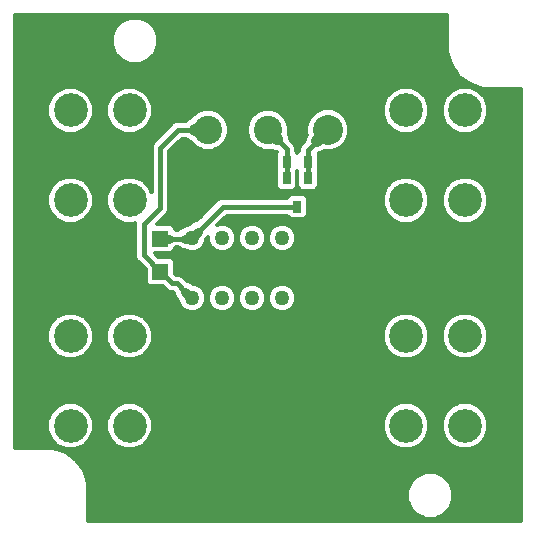
<source format=gbl>
G75*
%MOIN*%
%OFA0B0*%
%FSLAX25Y25*%
%IPPOS*%
%LPD*%
%AMOC8*
5,1,8,0,0,1.08239X$1,22.5*
%
%ADD10C,0.11220*%
%ADD11R,0.02756X0.03937*%
%ADD12C,0.10000*%
%ADD13C,0.09449*%
%ADD14R,0.03150X0.03937*%
%ADD15R,0.05512X0.05512*%
%ADD16C,0.05020*%
%ADD17C,0.01575*%
%ADD18C,0.03937*%
%ADD19C,0.03150*%
%ADD20C,0.02362*%
%ADD21C,0.01181*%
D10*
X0057083Y0055783D03*
X0076768Y0055783D03*
X0076768Y0085705D03*
X0057083Y0085705D03*
X0057083Y0130980D03*
X0076768Y0130980D03*
X0076768Y0160902D03*
X0057083Y0160902D03*
X0168894Y0160902D03*
X0188579Y0160902D03*
X0188579Y0130980D03*
X0168894Y0130980D03*
X0168894Y0085705D03*
X0188579Y0085705D03*
X0188579Y0055783D03*
X0168894Y0055783D03*
D11*
X0132674Y0128815D03*
X0136217Y0138264D03*
X0129131Y0138264D03*
D12*
X0142831Y0154406D03*
D13*
X0122831Y0154406D03*
X0102831Y0154406D03*
D14*
X0129131Y0143776D03*
X0136217Y0143776D03*
D15*
X0087005Y0118185D03*
X0087005Y0107161D03*
D16*
X0097635Y0098343D03*
X0107635Y0098343D03*
X0117635Y0098343D03*
X0127635Y0098343D03*
X0127635Y0118343D03*
X0117635Y0118343D03*
X0107635Y0118343D03*
X0097635Y0118343D03*
D17*
X0097635Y0118579D01*
X0095272Y0118185D02*
X0089760Y0118185D01*
X0081493Y0122909D02*
X0081493Y0112673D01*
X0087005Y0107161D01*
X0090942Y0103224D01*
X0092516Y0103224D01*
X0095272Y0100469D01*
X0097241Y0098500D02*
X0097635Y0098500D01*
X0097635Y0098343D01*
X0099603Y0120547D02*
X0107871Y0128815D01*
X0132674Y0128815D01*
X0136217Y0138264D02*
X0136217Y0143776D01*
X0136217Y0147713D01*
X0139367Y0150862D01*
X0142831Y0154406D02*
X0142910Y0154406D01*
X0129131Y0148106D02*
X0129131Y0143776D01*
X0129131Y0138264D01*
X0129131Y0148106D02*
X0125981Y0151256D01*
X0102831Y0154091D02*
X0102753Y0154012D01*
X0101965Y0154012D01*
X0101965Y0154406D01*
X0102831Y0154406D02*
X0102831Y0154091D01*
X0098422Y0154406D02*
X0092910Y0154406D01*
X0087005Y0148500D01*
X0087005Y0128421D01*
X0081493Y0122909D01*
D18*
X0098422Y0154406D02*
X0101965Y0154406D01*
X0122831Y0154406D02*
X0125981Y0151256D01*
X0139367Y0150862D02*
X0142910Y0154406D01*
D19*
X0099603Y0120547D02*
X0097635Y0118579D01*
X0097635Y0118185D02*
X0095272Y0118185D01*
X0089760Y0118185D02*
X0087005Y0118185D01*
X0095272Y0100469D02*
X0097241Y0098500D01*
D20*
X0097635Y0118185D02*
X0097635Y0118343D01*
D21*
X0038383Y0048500D02*
X0038383Y0192791D01*
X0182674Y0192791D01*
X0182674Y0179948D01*
X0184042Y0175737D01*
X0186644Y0172155D01*
X0186644Y0172155D01*
X0186644Y0172155D01*
X0190226Y0169553D01*
X0194437Y0168185D01*
X0197547Y0168185D01*
X0207280Y0168185D01*
X0207280Y0023894D01*
X0062989Y0023894D01*
X0062989Y0036737D01*
X0061621Y0040948D01*
X0059018Y0044530D01*
X0055437Y0047132D01*
X0055437Y0047132D01*
X0051226Y0048500D01*
X0038383Y0048500D01*
X0038383Y0048859D02*
X0053481Y0048859D01*
X0052679Y0049192D02*
X0055537Y0048008D01*
X0058630Y0048008D01*
X0061488Y0049192D01*
X0063675Y0051379D01*
X0064859Y0054237D01*
X0064859Y0057330D01*
X0063675Y0060188D01*
X0061488Y0062375D01*
X0058630Y0063559D01*
X0055537Y0063559D01*
X0052679Y0062375D01*
X0050491Y0060188D01*
X0049308Y0057330D01*
X0049308Y0054237D01*
X0050491Y0051379D01*
X0052679Y0049192D01*
X0051831Y0050039D02*
X0038383Y0050039D01*
X0038383Y0051219D02*
X0050652Y0051219D01*
X0050069Y0052398D02*
X0038383Y0052398D01*
X0038383Y0053578D02*
X0049581Y0053578D01*
X0049308Y0054758D02*
X0038383Y0054758D01*
X0038383Y0055937D02*
X0049308Y0055937D01*
X0049308Y0057117D02*
X0038383Y0057117D01*
X0038383Y0058296D02*
X0049708Y0058296D01*
X0050197Y0059476D02*
X0038383Y0059476D01*
X0038383Y0060656D02*
X0050959Y0060656D01*
X0052139Y0061835D02*
X0038383Y0061835D01*
X0038383Y0063015D02*
X0054223Y0063015D01*
X0059944Y0063015D02*
X0073908Y0063015D01*
X0075222Y0063559D02*
X0072364Y0062375D01*
X0070177Y0060188D01*
X0068993Y0057330D01*
X0068993Y0054237D01*
X0070177Y0051379D01*
X0072364Y0049192D01*
X0075222Y0048008D01*
X0078315Y0048008D01*
X0081173Y0049192D01*
X0083360Y0051379D01*
X0084544Y0054237D01*
X0084544Y0057330D01*
X0083360Y0060188D01*
X0081173Y0062375D01*
X0078315Y0063559D01*
X0075222Y0063559D01*
X0071824Y0061835D02*
X0062028Y0061835D01*
X0063208Y0060656D02*
X0070644Y0060656D01*
X0069882Y0059476D02*
X0063970Y0059476D01*
X0064459Y0058296D02*
X0069393Y0058296D01*
X0068993Y0057117D02*
X0064859Y0057117D01*
X0064859Y0055937D02*
X0068993Y0055937D01*
X0068993Y0054758D02*
X0064859Y0054758D01*
X0064586Y0053578D02*
X0069266Y0053578D01*
X0069754Y0052398D02*
X0064097Y0052398D01*
X0063515Y0051219D02*
X0070337Y0051219D01*
X0071516Y0050039D02*
X0062335Y0050039D01*
X0060686Y0048859D02*
X0073166Y0048859D01*
X0080371Y0048859D02*
X0165292Y0048859D01*
X0164490Y0049192D02*
X0162303Y0051379D01*
X0161119Y0054237D01*
X0161119Y0057330D01*
X0162303Y0060188D01*
X0164490Y0062375D01*
X0167348Y0063559D01*
X0170441Y0063559D01*
X0173299Y0062375D01*
X0175486Y0060188D01*
X0176670Y0057330D01*
X0176670Y0054237D01*
X0175486Y0051379D01*
X0173299Y0049192D01*
X0170441Y0048008D01*
X0167348Y0048008D01*
X0164490Y0049192D01*
X0163642Y0050039D02*
X0082020Y0050039D01*
X0083200Y0051219D02*
X0162463Y0051219D01*
X0161880Y0052398D02*
X0083782Y0052398D01*
X0084271Y0053578D02*
X0161392Y0053578D01*
X0161119Y0054758D02*
X0084544Y0054758D01*
X0084544Y0055937D02*
X0161119Y0055937D01*
X0161119Y0057117D02*
X0084544Y0057117D01*
X0084144Y0058296D02*
X0161519Y0058296D01*
X0162008Y0059476D02*
X0083655Y0059476D01*
X0082893Y0060656D02*
X0162770Y0060656D01*
X0163950Y0061835D02*
X0081713Y0061835D01*
X0079629Y0063015D02*
X0166034Y0063015D01*
X0171755Y0063015D02*
X0185719Y0063015D01*
X0187033Y0063559D02*
X0184175Y0062375D01*
X0181988Y0060188D01*
X0180804Y0057330D01*
X0180804Y0054237D01*
X0181988Y0051379D01*
X0184175Y0049192D01*
X0187033Y0048008D01*
X0190126Y0048008D01*
X0192984Y0049192D01*
X0195171Y0051379D01*
X0196355Y0054237D01*
X0196355Y0057330D01*
X0195171Y0060188D01*
X0192984Y0062375D01*
X0190126Y0063559D01*
X0187033Y0063559D01*
X0191440Y0063015D02*
X0207280Y0063015D01*
X0207280Y0064194D02*
X0038383Y0064194D01*
X0038383Y0065374D02*
X0207280Y0065374D01*
X0207280Y0066554D02*
X0038383Y0066554D01*
X0038383Y0067733D02*
X0207280Y0067733D01*
X0207280Y0068913D02*
X0038383Y0068913D01*
X0038383Y0070093D02*
X0207280Y0070093D01*
X0207280Y0071272D02*
X0038383Y0071272D01*
X0038383Y0072452D02*
X0207280Y0072452D01*
X0207280Y0073631D02*
X0038383Y0073631D01*
X0038383Y0074811D02*
X0207280Y0074811D01*
X0207280Y0075991D02*
X0038383Y0075991D01*
X0038383Y0077170D02*
X0207280Y0077170D01*
X0207280Y0078350D02*
X0191142Y0078350D01*
X0190126Y0077929D02*
X0192984Y0079113D01*
X0195171Y0081300D01*
X0196355Y0084158D01*
X0196355Y0087251D01*
X0195171Y0090109D01*
X0192984Y0092297D01*
X0190126Y0093480D01*
X0187033Y0093480D01*
X0184175Y0092297D01*
X0181988Y0090109D01*
X0180804Y0087251D01*
X0180804Y0084158D01*
X0181988Y0081300D01*
X0184175Y0079113D01*
X0187033Y0077929D01*
X0190126Y0077929D01*
X0193400Y0079529D02*
X0207280Y0079529D01*
X0207280Y0080709D02*
X0194580Y0080709D01*
X0195415Y0081889D02*
X0207280Y0081889D01*
X0207280Y0083068D02*
X0195904Y0083068D01*
X0196355Y0084248D02*
X0207280Y0084248D01*
X0207280Y0085427D02*
X0196355Y0085427D01*
X0196355Y0086607D02*
X0207280Y0086607D01*
X0207280Y0087787D02*
X0196133Y0087787D01*
X0195645Y0088966D02*
X0207280Y0088966D01*
X0207280Y0090146D02*
X0195135Y0090146D01*
X0193955Y0091326D02*
X0207280Y0091326D01*
X0207280Y0092505D02*
X0192480Y0092505D01*
X0184679Y0092505D02*
X0172795Y0092505D01*
X0173299Y0092297D02*
X0170441Y0093480D01*
X0167348Y0093480D01*
X0164490Y0092297D01*
X0162303Y0090109D01*
X0161119Y0087251D01*
X0161119Y0084158D01*
X0162303Y0081300D01*
X0164490Y0079113D01*
X0167348Y0077929D01*
X0170441Y0077929D01*
X0173299Y0079113D01*
X0175486Y0081300D01*
X0176670Y0084158D01*
X0176670Y0087251D01*
X0175486Y0090109D01*
X0173299Y0092297D01*
X0174270Y0091326D02*
X0183204Y0091326D01*
X0182024Y0090146D02*
X0175449Y0090146D01*
X0175960Y0088966D02*
X0181514Y0088966D01*
X0181026Y0087787D02*
X0176448Y0087787D01*
X0176670Y0086607D02*
X0180804Y0086607D01*
X0180804Y0085427D02*
X0176670Y0085427D01*
X0176670Y0084248D02*
X0180804Y0084248D01*
X0181255Y0083068D02*
X0176219Y0083068D01*
X0175730Y0081889D02*
X0181744Y0081889D01*
X0182579Y0080709D02*
X0174895Y0080709D01*
X0173715Y0079529D02*
X0183758Y0079529D01*
X0186017Y0078350D02*
X0171457Y0078350D01*
X0166332Y0078350D02*
X0079331Y0078350D01*
X0078315Y0077929D02*
X0081173Y0079113D01*
X0083360Y0081300D01*
X0084544Y0084158D01*
X0084544Y0087251D01*
X0083360Y0090109D01*
X0081173Y0092297D01*
X0078315Y0093480D01*
X0075222Y0093480D01*
X0072364Y0092297D01*
X0070177Y0090109D01*
X0068993Y0087251D01*
X0068993Y0084158D01*
X0070177Y0081300D01*
X0072364Y0079113D01*
X0075222Y0077929D01*
X0078315Y0077929D01*
X0074206Y0078350D02*
X0059646Y0078350D01*
X0058630Y0077929D02*
X0061488Y0079113D01*
X0063675Y0081300D01*
X0064859Y0084158D01*
X0064859Y0087251D01*
X0063675Y0090109D01*
X0061488Y0092297D01*
X0058630Y0093480D01*
X0055537Y0093480D01*
X0052679Y0092297D01*
X0050491Y0090109D01*
X0049308Y0087251D01*
X0049308Y0084158D01*
X0050491Y0081300D01*
X0052679Y0079113D01*
X0055537Y0077929D01*
X0058630Y0077929D01*
X0054521Y0078350D02*
X0038383Y0078350D01*
X0038383Y0079529D02*
X0052262Y0079529D01*
X0051083Y0080709D02*
X0038383Y0080709D01*
X0038383Y0081889D02*
X0050248Y0081889D01*
X0049759Y0083068D02*
X0038383Y0083068D01*
X0038383Y0084248D02*
X0049308Y0084248D01*
X0049308Y0085427D02*
X0038383Y0085427D01*
X0038383Y0086607D02*
X0049308Y0086607D01*
X0049529Y0087787D02*
X0038383Y0087787D01*
X0038383Y0088966D02*
X0050018Y0088966D01*
X0050528Y0090146D02*
X0038383Y0090146D01*
X0038383Y0091326D02*
X0051708Y0091326D01*
X0053182Y0092505D02*
X0038383Y0092505D01*
X0038383Y0093685D02*
X0096662Y0093685D01*
X0096705Y0093667D02*
X0098564Y0093667D01*
X0100283Y0094379D01*
X0101598Y0095694D01*
X0102310Y0097413D01*
X0102310Y0099272D01*
X0101598Y0100991D01*
X0100283Y0102306D01*
X0098564Y0103018D01*
X0098012Y0103018D01*
X0097391Y0103639D01*
X0096016Y0104209D01*
X0095708Y0104209D01*
X0095020Y0104897D01*
X0094189Y0105728D01*
X0093104Y0106177D01*
X0092165Y0106177D01*
X0091926Y0106416D01*
X0091926Y0110814D01*
X0090657Y0112083D01*
X0086259Y0112083D01*
X0085078Y0113264D01*
X0090657Y0113264D01*
X0091926Y0114532D01*
X0091926Y0115061D01*
X0092097Y0115232D01*
X0092936Y0115232D01*
X0093154Y0115014D01*
X0094528Y0114445D01*
X0094920Y0114445D01*
X0094986Y0114379D01*
X0096705Y0113667D01*
X0098564Y0113667D01*
X0100283Y0114379D01*
X0101598Y0115694D01*
X0102310Y0117413D01*
X0102310Y0117965D01*
X0102774Y0118429D01*
X0102959Y0118877D01*
X0102959Y0117413D01*
X0103671Y0115694D01*
X0104986Y0114379D01*
X0106705Y0113667D01*
X0108564Y0113667D01*
X0110283Y0114379D01*
X0111598Y0115694D01*
X0112310Y0117413D01*
X0112310Y0119272D01*
X0111598Y0120991D01*
X0110283Y0122306D01*
X0108564Y0123018D01*
X0106705Y0123018D01*
X0105927Y0122696D01*
X0109094Y0125862D01*
X0129218Y0125862D01*
X0130399Y0124681D01*
X0134949Y0124681D01*
X0136217Y0125950D01*
X0136217Y0131680D01*
X0134949Y0132949D01*
X0130399Y0132949D01*
X0129218Y0131768D01*
X0107283Y0131768D01*
X0106198Y0131318D01*
X0105368Y0130488D01*
X0099167Y0124287D01*
X0098859Y0124287D01*
X0097484Y0123718D01*
X0096784Y0123018D01*
X0096705Y0123018D01*
X0094986Y0122306D01*
X0094605Y0121925D01*
X0094528Y0121925D01*
X0093154Y0121356D01*
X0092936Y0121138D01*
X0092097Y0121138D01*
X0091926Y0121309D01*
X0091926Y0121838D01*
X0090657Y0123106D01*
X0085865Y0123106D01*
X0089508Y0126749D01*
X0089957Y0127834D01*
X0089957Y0147277D01*
X0094133Y0151453D01*
X0095529Y0151453D01*
X0096080Y0150901D01*
X0096980Y0150528D01*
X0096991Y0150503D01*
X0098929Y0148565D01*
X0101461Y0147516D01*
X0104202Y0147516D01*
X0106734Y0148565D01*
X0108672Y0150503D01*
X0109721Y0153035D01*
X0109721Y0155776D01*
X0108672Y0158308D01*
X0106734Y0160246D01*
X0104202Y0161295D01*
X0101461Y0161295D01*
X0098929Y0160246D01*
X0096991Y0158308D01*
X0096980Y0158283D01*
X0096080Y0157910D01*
X0095529Y0157358D01*
X0092323Y0157358D01*
X0091237Y0156909D01*
X0084501Y0150173D01*
X0084052Y0149087D01*
X0084052Y0133715D01*
X0083360Y0135385D01*
X0081173Y0137572D01*
X0078315Y0138756D01*
X0075222Y0138756D01*
X0072364Y0137572D01*
X0070177Y0135385D01*
X0068993Y0132527D01*
X0068993Y0129434D01*
X0070177Y0126576D01*
X0072364Y0124388D01*
X0075222Y0123205D01*
X0078315Y0123205D01*
X0078540Y0123298D01*
X0078540Y0112086D01*
X0078990Y0111001D01*
X0082083Y0107907D01*
X0082083Y0103509D01*
X0083352Y0102240D01*
X0087750Y0102240D01*
X0089269Y0100721D01*
X0090354Y0100272D01*
X0091293Y0100272D01*
X0091532Y0100033D01*
X0091532Y0099725D01*
X0092102Y0098350D01*
X0092959Y0097492D01*
X0092959Y0097413D01*
X0093671Y0095694D01*
X0094986Y0094379D01*
X0096705Y0093667D01*
X0098607Y0093685D02*
X0106662Y0093685D01*
X0106705Y0093667D02*
X0108564Y0093667D01*
X0110283Y0094379D01*
X0111598Y0095694D01*
X0112310Y0097413D01*
X0112310Y0099272D01*
X0111598Y0100991D01*
X0110283Y0102306D01*
X0108564Y0103018D01*
X0106705Y0103018D01*
X0104986Y0102306D01*
X0103671Y0100991D01*
X0102959Y0099272D01*
X0102959Y0097413D01*
X0103671Y0095694D01*
X0104986Y0094379D01*
X0106705Y0093667D01*
X0108607Y0093685D02*
X0116662Y0093685D01*
X0116705Y0093667D02*
X0118564Y0093667D01*
X0120283Y0094379D01*
X0121598Y0095694D01*
X0122310Y0097413D01*
X0122310Y0099272D01*
X0121598Y0100991D01*
X0120283Y0102306D01*
X0118564Y0103018D01*
X0116705Y0103018D01*
X0114986Y0102306D01*
X0113671Y0100991D01*
X0112959Y0099272D01*
X0112959Y0097413D01*
X0113671Y0095694D01*
X0114986Y0094379D01*
X0116705Y0093667D01*
X0118607Y0093685D02*
X0126662Y0093685D01*
X0126705Y0093667D02*
X0128564Y0093667D01*
X0130283Y0094379D01*
X0131598Y0095694D01*
X0132310Y0097413D01*
X0132310Y0099272D01*
X0131598Y0100991D01*
X0130283Y0102306D01*
X0128564Y0103018D01*
X0126705Y0103018D01*
X0124986Y0102306D01*
X0123671Y0100991D01*
X0122959Y0099272D01*
X0122959Y0097413D01*
X0123671Y0095694D01*
X0124986Y0094379D01*
X0126705Y0093667D01*
X0128607Y0093685D02*
X0207280Y0093685D01*
X0207280Y0094864D02*
X0130768Y0094864D01*
X0131743Y0096044D02*
X0207280Y0096044D01*
X0207280Y0097224D02*
X0132231Y0097224D01*
X0132310Y0098403D02*
X0207280Y0098403D01*
X0207280Y0099583D02*
X0132181Y0099583D01*
X0131693Y0100762D02*
X0207280Y0100762D01*
X0207280Y0101942D02*
X0130647Y0101942D01*
X0124622Y0101942D02*
X0120647Y0101942D01*
X0121693Y0100762D02*
X0123576Y0100762D01*
X0123088Y0099583D02*
X0122181Y0099583D01*
X0122310Y0098403D02*
X0122959Y0098403D01*
X0123038Y0097224D02*
X0122231Y0097224D01*
X0121743Y0096044D02*
X0123526Y0096044D01*
X0124501Y0094864D02*
X0120768Y0094864D01*
X0114501Y0094864D02*
X0110768Y0094864D01*
X0111743Y0096044D02*
X0113526Y0096044D01*
X0113038Y0097224D02*
X0112231Y0097224D01*
X0112310Y0098403D02*
X0112959Y0098403D01*
X0113088Y0099583D02*
X0112181Y0099583D01*
X0111693Y0100762D02*
X0113576Y0100762D01*
X0114622Y0101942D02*
X0110647Y0101942D01*
X0104622Y0101942D02*
X0100647Y0101942D01*
X0101693Y0100762D02*
X0103576Y0100762D01*
X0103088Y0099583D02*
X0102181Y0099583D01*
X0102310Y0098403D02*
X0102959Y0098403D01*
X0103038Y0097224D02*
X0102231Y0097224D01*
X0101743Y0096044D02*
X0103526Y0096044D01*
X0104501Y0094864D02*
X0100768Y0094864D01*
X0094501Y0094864D02*
X0038383Y0094864D01*
X0038383Y0096044D02*
X0093526Y0096044D01*
X0093038Y0097224D02*
X0038383Y0097224D01*
X0038383Y0098403D02*
X0092079Y0098403D01*
X0091591Y0099583D02*
X0038383Y0099583D01*
X0038383Y0100762D02*
X0089228Y0100762D01*
X0088048Y0101942D02*
X0038383Y0101942D01*
X0038383Y0103122D02*
X0082470Y0103122D01*
X0082083Y0104301D02*
X0038383Y0104301D01*
X0038383Y0105481D02*
X0082083Y0105481D01*
X0082083Y0106661D02*
X0038383Y0106661D01*
X0038383Y0107840D02*
X0082083Y0107840D01*
X0080970Y0109020D02*
X0038383Y0109020D01*
X0038383Y0110199D02*
X0079791Y0110199D01*
X0078833Y0111379D02*
X0038383Y0111379D01*
X0038383Y0112559D02*
X0078540Y0112559D01*
X0078540Y0113738D02*
X0038383Y0113738D01*
X0038383Y0114918D02*
X0078540Y0114918D01*
X0078540Y0116097D02*
X0038383Y0116097D01*
X0038383Y0117277D02*
X0078540Y0117277D01*
X0078540Y0118457D02*
X0038383Y0118457D01*
X0038383Y0119636D02*
X0078540Y0119636D01*
X0078540Y0120816D02*
X0038383Y0120816D01*
X0038383Y0121996D02*
X0078540Y0121996D01*
X0078540Y0123175D02*
X0038383Y0123175D01*
X0038383Y0124355D02*
X0052760Y0124355D01*
X0052679Y0124388D02*
X0055537Y0123205D01*
X0058630Y0123205D01*
X0061488Y0124388D01*
X0063675Y0126576D01*
X0064859Y0129434D01*
X0064859Y0132527D01*
X0063675Y0135385D01*
X0061488Y0137572D01*
X0058630Y0138756D01*
X0055537Y0138756D01*
X0052679Y0137572D01*
X0050491Y0135385D01*
X0049308Y0132527D01*
X0049308Y0129434D01*
X0050491Y0126576D01*
X0052679Y0124388D01*
X0051533Y0125534D02*
X0038383Y0125534D01*
X0038383Y0126714D02*
X0050434Y0126714D01*
X0049946Y0127894D02*
X0038383Y0127894D01*
X0038383Y0129073D02*
X0049457Y0129073D01*
X0049308Y0130253D02*
X0038383Y0130253D01*
X0038383Y0131432D02*
X0049308Y0131432D01*
X0049343Y0132612D02*
X0038383Y0132612D01*
X0038383Y0133792D02*
X0049832Y0133792D01*
X0050320Y0134971D02*
X0038383Y0134971D01*
X0038383Y0136151D02*
X0051258Y0136151D01*
X0052437Y0137330D02*
X0038383Y0137330D01*
X0038383Y0138510D02*
X0054943Y0138510D01*
X0059223Y0138510D02*
X0074628Y0138510D01*
X0072122Y0137330D02*
X0061729Y0137330D01*
X0062909Y0136151D02*
X0070943Y0136151D01*
X0070005Y0134971D02*
X0063846Y0134971D01*
X0064335Y0133792D02*
X0069517Y0133792D01*
X0069028Y0132612D02*
X0064824Y0132612D01*
X0064859Y0131432D02*
X0068993Y0131432D01*
X0068993Y0130253D02*
X0064859Y0130253D01*
X0064710Y0129073D02*
X0069142Y0129073D01*
X0069631Y0127894D02*
X0064221Y0127894D01*
X0063732Y0126714D02*
X0070119Y0126714D01*
X0071218Y0125534D02*
X0062634Y0125534D01*
X0061406Y0124355D02*
X0072445Y0124355D01*
X0085934Y0123175D02*
X0096942Y0123175D01*
X0094676Y0121996D02*
X0091768Y0121996D01*
X0088293Y0125534D02*
X0100414Y0125534D01*
X0099235Y0124355D02*
X0087114Y0124355D01*
X0089473Y0126714D02*
X0101594Y0126714D01*
X0102774Y0127894D02*
X0089957Y0127894D01*
X0089957Y0129073D02*
X0103953Y0129073D01*
X0105133Y0130253D02*
X0089957Y0130253D01*
X0089957Y0131432D02*
X0106474Y0131432D01*
X0108766Y0125534D02*
X0129546Y0125534D01*
X0128564Y0123018D02*
X0126705Y0123018D01*
X0124986Y0122306D01*
X0123671Y0120991D01*
X0122959Y0119272D01*
X0122959Y0117413D01*
X0123671Y0115694D01*
X0124986Y0114379D01*
X0126705Y0113667D01*
X0128564Y0113667D01*
X0130283Y0114379D01*
X0131598Y0115694D01*
X0132310Y0117413D01*
X0132310Y0119272D01*
X0131598Y0120991D01*
X0130283Y0122306D01*
X0128564Y0123018D01*
X0130593Y0121996D02*
X0207280Y0121996D01*
X0207280Y0123175D02*
X0106407Y0123175D01*
X0107586Y0124355D02*
X0164571Y0124355D01*
X0164490Y0124388D02*
X0162303Y0126576D01*
X0161119Y0129434D01*
X0161119Y0132527D01*
X0162303Y0135385D01*
X0164490Y0137572D01*
X0167348Y0138756D01*
X0170441Y0138756D01*
X0173299Y0137572D01*
X0175486Y0135385D01*
X0176670Y0132527D01*
X0176670Y0129434D01*
X0175486Y0126576D01*
X0173299Y0124388D01*
X0170441Y0123205D01*
X0167348Y0123205D01*
X0164490Y0124388D01*
X0163344Y0125534D02*
X0135802Y0125534D01*
X0136217Y0126714D02*
X0162245Y0126714D01*
X0161757Y0127894D02*
X0136217Y0127894D01*
X0136217Y0129073D02*
X0161268Y0129073D01*
X0161119Y0130253D02*
X0136217Y0130253D01*
X0136217Y0131432D02*
X0161119Y0131432D01*
X0161154Y0132612D02*
X0135286Y0132612D01*
X0133942Y0134130D02*
X0138492Y0134130D01*
X0139760Y0135398D01*
X0139760Y0140713D01*
X0139957Y0140910D01*
X0139957Y0146641D01*
X0139870Y0146728D01*
X0140189Y0146728D01*
X0141425Y0147240D01*
X0144257Y0147240D01*
X0146890Y0148331D01*
X0148906Y0150347D01*
X0149997Y0152980D01*
X0149997Y0155831D01*
X0148906Y0158464D01*
X0146890Y0160480D01*
X0144257Y0161571D01*
X0141406Y0161571D01*
X0138773Y0160480D01*
X0136757Y0158464D01*
X0135666Y0155831D01*
X0135666Y0152980D01*
X0135718Y0152855D01*
X0135233Y0151684D01*
X0135233Y0150904D01*
X0133714Y0149385D01*
X0133264Y0148300D01*
X0133264Y0147428D01*
X0132674Y0146838D01*
X0132083Y0147428D01*
X0132083Y0148694D01*
X0131634Y0149779D01*
X0130115Y0151298D01*
X0130115Y0152078D01*
X0129720Y0153032D01*
X0129721Y0153035D01*
X0129721Y0155776D01*
X0128672Y0158308D01*
X0126734Y0160246D01*
X0124202Y0161295D01*
X0121461Y0161295D01*
X0118929Y0160246D01*
X0116991Y0158308D01*
X0115942Y0155776D01*
X0115942Y0153035D01*
X0116991Y0150503D01*
X0118929Y0148565D01*
X0121461Y0147516D01*
X0124202Y0147516D01*
X0124205Y0147517D01*
X0125159Y0147122D01*
X0125871Y0147122D01*
X0125390Y0146641D01*
X0125390Y0140910D01*
X0125587Y0140713D01*
X0125587Y0135398D01*
X0126856Y0134130D01*
X0131405Y0134130D01*
X0132674Y0135398D01*
X0133942Y0134130D01*
X0133101Y0134971D02*
X0132247Y0134971D01*
X0132674Y0135398D02*
X0132674Y0140713D01*
X0132674Y0140713D01*
X0132674Y0135398D01*
X0132674Y0136151D02*
X0132674Y0136151D01*
X0132674Y0137330D02*
X0132674Y0137330D01*
X0132674Y0138510D02*
X0132674Y0138510D01*
X0132674Y0139690D02*
X0132674Y0139690D01*
X0139760Y0139690D02*
X0207280Y0139690D01*
X0207280Y0140869D02*
X0139916Y0140869D01*
X0139957Y0142049D02*
X0207280Y0142049D01*
X0207280Y0143229D02*
X0139957Y0143229D01*
X0139957Y0144408D02*
X0207280Y0144408D01*
X0207280Y0145588D02*
X0139957Y0145588D01*
X0140283Y0146767D02*
X0207280Y0146767D01*
X0207280Y0147947D02*
X0145963Y0147947D01*
X0147686Y0149127D02*
X0207280Y0149127D01*
X0207280Y0150306D02*
X0148865Y0150306D01*
X0149378Y0151486D02*
X0207280Y0151486D01*
X0207280Y0152665D02*
X0149866Y0152665D01*
X0149997Y0153845D02*
X0165612Y0153845D01*
X0164490Y0154310D02*
X0162303Y0156497D01*
X0161119Y0159355D01*
X0161119Y0162448D01*
X0162303Y0165306D01*
X0164490Y0167493D01*
X0167348Y0168677D01*
X0170441Y0168677D01*
X0173299Y0167493D01*
X0175486Y0165306D01*
X0176670Y0162448D01*
X0176670Y0159355D01*
X0175486Y0156497D01*
X0173299Y0154310D01*
X0170441Y0153126D01*
X0167348Y0153126D01*
X0164490Y0154310D01*
X0163775Y0155025D02*
X0149997Y0155025D01*
X0149842Y0156204D02*
X0162595Y0156204D01*
X0161935Y0157384D02*
X0149353Y0157384D01*
X0148807Y0158564D02*
X0161447Y0158564D01*
X0161119Y0159743D02*
X0147627Y0159743D01*
X0145821Y0160923D02*
X0161119Y0160923D01*
X0161119Y0162102D02*
X0084544Y0162102D01*
X0084544Y0162448D02*
X0083360Y0165306D01*
X0081173Y0167493D01*
X0078315Y0168677D01*
X0075222Y0168677D01*
X0072364Y0167493D01*
X0070177Y0165306D01*
X0068993Y0162448D01*
X0068993Y0159355D01*
X0070177Y0156497D01*
X0072364Y0154310D01*
X0075222Y0153126D01*
X0078315Y0153126D01*
X0081173Y0154310D01*
X0083360Y0156497D01*
X0084544Y0159355D01*
X0084544Y0162448D01*
X0084199Y0163282D02*
X0161464Y0163282D01*
X0161953Y0164462D02*
X0083710Y0164462D01*
X0083025Y0165641D02*
X0162638Y0165641D01*
X0163817Y0166821D02*
X0081845Y0166821D01*
X0079949Y0168000D02*
X0165714Y0168000D01*
X0172075Y0168000D02*
X0185399Y0168000D01*
X0184175Y0167493D02*
X0181988Y0165306D01*
X0180804Y0162448D01*
X0180804Y0159355D01*
X0181988Y0156497D01*
X0184175Y0154310D01*
X0187033Y0153126D01*
X0190126Y0153126D01*
X0192984Y0154310D01*
X0195171Y0156497D01*
X0196355Y0159355D01*
X0196355Y0162448D01*
X0195171Y0165306D01*
X0192984Y0167493D01*
X0190126Y0168677D01*
X0187033Y0168677D01*
X0184175Y0167493D01*
X0183502Y0166821D02*
X0173971Y0166821D01*
X0175151Y0165641D02*
X0182323Y0165641D01*
X0181638Y0164462D02*
X0175836Y0164462D01*
X0176325Y0163282D02*
X0181149Y0163282D01*
X0180804Y0162102D02*
X0176670Y0162102D01*
X0176670Y0160923D02*
X0180804Y0160923D01*
X0180804Y0159743D02*
X0176670Y0159743D01*
X0176342Y0158564D02*
X0181132Y0158564D01*
X0181620Y0157384D02*
X0175854Y0157384D01*
X0175193Y0156204D02*
X0182280Y0156204D01*
X0183460Y0155025D02*
X0174014Y0155025D01*
X0172177Y0153845D02*
X0185297Y0153845D01*
X0191862Y0153845D02*
X0207280Y0153845D01*
X0207280Y0155025D02*
X0193699Y0155025D01*
X0194878Y0156204D02*
X0207280Y0156204D01*
X0207280Y0157384D02*
X0195539Y0157384D01*
X0196027Y0158564D02*
X0207280Y0158564D01*
X0207280Y0159743D02*
X0196355Y0159743D01*
X0196355Y0160923D02*
X0207280Y0160923D01*
X0207280Y0162102D02*
X0196355Y0162102D01*
X0196010Y0163282D02*
X0207280Y0163282D01*
X0207280Y0164462D02*
X0195521Y0164462D01*
X0194836Y0165641D02*
X0207280Y0165641D01*
X0207280Y0166821D02*
X0193656Y0166821D01*
X0191760Y0168000D02*
X0207280Y0168000D01*
X0191374Y0169180D02*
X0038383Y0169180D01*
X0038383Y0168000D02*
X0053903Y0168000D01*
X0052679Y0167493D02*
X0050491Y0165306D01*
X0049308Y0162448D01*
X0049308Y0159355D01*
X0050491Y0156497D01*
X0052679Y0154310D01*
X0055537Y0153126D01*
X0058630Y0153126D01*
X0061488Y0154310D01*
X0063675Y0156497D01*
X0064859Y0159355D01*
X0064859Y0162448D01*
X0063675Y0165306D01*
X0061488Y0167493D01*
X0058630Y0168677D01*
X0055537Y0168677D01*
X0052679Y0167493D01*
X0052006Y0166821D02*
X0038383Y0166821D01*
X0038383Y0165641D02*
X0050827Y0165641D01*
X0050142Y0164462D02*
X0038383Y0164462D01*
X0038383Y0163282D02*
X0049653Y0163282D01*
X0049308Y0162102D02*
X0038383Y0162102D01*
X0038383Y0160923D02*
X0049308Y0160923D01*
X0049308Y0159743D02*
X0038383Y0159743D01*
X0038383Y0158564D02*
X0049636Y0158564D01*
X0050124Y0157384D02*
X0038383Y0157384D01*
X0038383Y0156204D02*
X0050784Y0156204D01*
X0051964Y0155025D02*
X0038383Y0155025D01*
X0038383Y0153845D02*
X0053801Y0153845D01*
X0060366Y0153845D02*
X0073486Y0153845D01*
X0071649Y0155025D02*
X0062203Y0155025D01*
X0063382Y0156204D02*
X0070469Y0156204D01*
X0069809Y0157384D02*
X0064042Y0157384D01*
X0064531Y0158564D02*
X0069321Y0158564D01*
X0068993Y0159743D02*
X0064859Y0159743D01*
X0064859Y0160923D02*
X0068993Y0160923D01*
X0068993Y0162102D02*
X0064859Y0162102D01*
X0064514Y0163282D02*
X0069338Y0163282D01*
X0069827Y0164462D02*
X0064025Y0164462D01*
X0063340Y0165641D02*
X0070512Y0165641D01*
X0071691Y0166821D02*
X0062160Y0166821D01*
X0060264Y0168000D02*
X0073588Y0168000D01*
X0077013Y0176453D02*
X0080067Y0176453D01*
X0082889Y0177622D01*
X0085048Y0179781D01*
X0086217Y0182603D01*
X0086217Y0185657D01*
X0085048Y0188479D01*
X0082889Y0190638D01*
X0080067Y0191807D01*
X0077013Y0191807D01*
X0074191Y0190638D01*
X0072032Y0188479D01*
X0070863Y0185657D01*
X0070863Y0182603D01*
X0072032Y0179781D01*
X0074191Y0177622D01*
X0077013Y0176453D01*
X0074636Y0177437D02*
X0038383Y0177437D01*
X0038383Y0176258D02*
X0183873Y0176258D01*
X0184042Y0175737D02*
X0184042Y0175737D01*
X0184521Y0175078D02*
X0038383Y0175078D01*
X0038383Y0173899D02*
X0185378Y0173899D01*
X0186235Y0172719D02*
X0038383Y0172719D01*
X0038383Y0171539D02*
X0187492Y0171539D01*
X0189116Y0170360D02*
X0038383Y0170360D01*
X0038383Y0178617D02*
X0073196Y0178617D01*
X0072025Y0179797D02*
X0038383Y0179797D01*
X0038383Y0180976D02*
X0071537Y0180976D01*
X0071048Y0182156D02*
X0038383Y0182156D01*
X0038383Y0183335D02*
X0070863Y0183335D01*
X0070863Y0184515D02*
X0038383Y0184515D01*
X0038383Y0185695D02*
X0070878Y0185695D01*
X0071367Y0186874D02*
X0038383Y0186874D01*
X0038383Y0188054D02*
X0071856Y0188054D01*
X0072786Y0189233D02*
X0038383Y0189233D01*
X0038383Y0190413D02*
X0073966Y0190413D01*
X0076495Y0191593D02*
X0038383Y0191593D01*
X0038383Y0192772D02*
X0182674Y0192772D01*
X0182674Y0191593D02*
X0080585Y0191593D01*
X0083114Y0190413D02*
X0182674Y0190413D01*
X0182674Y0189233D02*
X0084294Y0189233D01*
X0085224Y0188054D02*
X0182674Y0188054D01*
X0182674Y0186874D02*
X0085713Y0186874D01*
X0086202Y0185695D02*
X0182674Y0185695D01*
X0182674Y0184515D02*
X0086217Y0184515D01*
X0086217Y0183335D02*
X0182674Y0183335D01*
X0182674Y0182156D02*
X0086032Y0182156D01*
X0085543Y0180976D02*
X0182674Y0180976D01*
X0182723Y0179797D02*
X0085055Y0179797D01*
X0083884Y0178617D02*
X0183106Y0178617D01*
X0183490Y0177437D02*
X0082444Y0177437D01*
X0084544Y0160923D02*
X0100562Y0160923D01*
X0098425Y0159743D02*
X0084544Y0159743D01*
X0084216Y0158564D02*
X0097246Y0158564D01*
X0095554Y0157384D02*
X0083728Y0157384D01*
X0083067Y0156204D02*
X0090533Y0156204D01*
X0089353Y0155025D02*
X0081888Y0155025D01*
X0080051Y0153845D02*
X0088174Y0153845D01*
X0086994Y0152665D02*
X0038383Y0152665D01*
X0038383Y0151486D02*
X0085815Y0151486D01*
X0084635Y0150306D02*
X0038383Y0150306D01*
X0038383Y0149127D02*
X0084068Y0149127D01*
X0084052Y0147947D02*
X0038383Y0147947D01*
X0038383Y0146767D02*
X0084052Y0146767D01*
X0084052Y0145588D02*
X0038383Y0145588D01*
X0038383Y0144408D02*
X0084052Y0144408D01*
X0084052Y0143229D02*
X0038383Y0143229D01*
X0038383Y0142049D02*
X0084052Y0142049D01*
X0084052Y0140869D02*
X0038383Y0140869D01*
X0038383Y0139690D02*
X0084052Y0139690D01*
X0084052Y0138510D02*
X0078908Y0138510D01*
X0081415Y0137330D02*
X0084052Y0137330D01*
X0084052Y0136151D02*
X0082594Y0136151D01*
X0083531Y0134971D02*
X0084052Y0134971D01*
X0084020Y0133792D02*
X0084052Y0133792D01*
X0089957Y0133792D02*
X0161643Y0133792D01*
X0162131Y0134971D02*
X0139333Y0134971D01*
X0139760Y0136151D02*
X0163069Y0136151D01*
X0164248Y0137330D02*
X0139760Y0137330D01*
X0139760Y0138510D02*
X0166754Y0138510D01*
X0171034Y0138510D02*
X0186439Y0138510D01*
X0187033Y0138756D02*
X0184175Y0137572D01*
X0181988Y0135385D01*
X0180804Y0132527D01*
X0180804Y0129434D01*
X0181988Y0126576D01*
X0184175Y0124388D01*
X0187033Y0123205D01*
X0190126Y0123205D01*
X0192984Y0124388D01*
X0195171Y0126576D01*
X0196355Y0129434D01*
X0196355Y0132527D01*
X0195171Y0135385D01*
X0192984Y0137572D01*
X0190126Y0138756D01*
X0187033Y0138756D01*
X0190719Y0138510D02*
X0207280Y0138510D01*
X0207280Y0137330D02*
X0193226Y0137330D01*
X0194405Y0136151D02*
X0207280Y0136151D01*
X0207280Y0134971D02*
X0195343Y0134971D01*
X0195831Y0133792D02*
X0207280Y0133792D01*
X0207280Y0132612D02*
X0196320Y0132612D01*
X0196355Y0131432D02*
X0207280Y0131432D01*
X0207280Y0130253D02*
X0196355Y0130253D01*
X0196206Y0129073D02*
X0207280Y0129073D01*
X0207280Y0127894D02*
X0195717Y0127894D01*
X0195228Y0126714D02*
X0207280Y0126714D01*
X0207280Y0125534D02*
X0194130Y0125534D01*
X0192902Y0124355D02*
X0207280Y0124355D01*
X0207280Y0120816D02*
X0131670Y0120816D01*
X0132159Y0119636D02*
X0207280Y0119636D01*
X0207280Y0118457D02*
X0132310Y0118457D01*
X0132254Y0117277D02*
X0207280Y0117277D01*
X0207280Y0116097D02*
X0131765Y0116097D01*
X0130822Y0114918D02*
X0207280Y0114918D01*
X0207280Y0113738D02*
X0128736Y0113738D01*
X0126533Y0113738D02*
X0118736Y0113738D01*
X0118564Y0113667D02*
X0120283Y0114379D01*
X0121598Y0115694D01*
X0122310Y0117413D01*
X0122310Y0119272D01*
X0121598Y0120991D01*
X0120283Y0122306D01*
X0118564Y0123018D01*
X0116705Y0123018D01*
X0114986Y0122306D01*
X0113671Y0120991D01*
X0112959Y0119272D01*
X0112959Y0117413D01*
X0113671Y0115694D01*
X0114986Y0114379D01*
X0116705Y0113667D01*
X0118564Y0113667D01*
X0116533Y0113738D02*
X0108736Y0113738D01*
X0106533Y0113738D02*
X0098736Y0113738D01*
X0096533Y0113738D02*
X0091132Y0113738D01*
X0091926Y0114918D02*
X0093387Y0114918D01*
X0091361Y0111379D02*
X0207280Y0111379D01*
X0207280Y0112559D02*
X0085783Y0112559D01*
X0091926Y0110199D02*
X0207280Y0110199D01*
X0207280Y0109020D02*
X0091926Y0109020D01*
X0091926Y0107840D02*
X0207280Y0107840D01*
X0207280Y0106661D02*
X0091926Y0106661D01*
X0094436Y0105481D02*
X0207280Y0105481D01*
X0207280Y0104301D02*
X0095615Y0104301D01*
X0095020Y0104897D02*
X0095020Y0104897D01*
X0097908Y0103122D02*
X0207280Y0103122D01*
X0184256Y0124355D02*
X0173217Y0124355D01*
X0174445Y0125534D02*
X0183029Y0125534D01*
X0181930Y0126714D02*
X0175543Y0126714D01*
X0176032Y0127894D02*
X0181442Y0127894D01*
X0180953Y0129073D02*
X0176521Y0129073D01*
X0176670Y0130253D02*
X0180804Y0130253D01*
X0180804Y0131432D02*
X0176670Y0131432D01*
X0176635Y0132612D02*
X0180839Y0132612D01*
X0181328Y0133792D02*
X0176146Y0133792D01*
X0175657Y0134971D02*
X0181816Y0134971D01*
X0182754Y0136151D02*
X0174720Y0136151D01*
X0173541Y0137330D02*
X0183933Y0137330D01*
X0190226Y0169553D02*
X0190226Y0169553D01*
X0139841Y0160923D02*
X0125101Y0160923D01*
X0127237Y0159743D02*
X0138036Y0159743D01*
X0136856Y0158564D02*
X0128417Y0158564D01*
X0129055Y0157384D02*
X0136309Y0157384D01*
X0135821Y0156204D02*
X0129544Y0156204D01*
X0129721Y0155025D02*
X0135666Y0155025D01*
X0135666Y0153845D02*
X0129721Y0153845D01*
X0129872Y0152665D02*
X0135639Y0152665D01*
X0135233Y0151486D02*
X0130115Y0151486D01*
X0131106Y0150306D02*
X0134635Y0150306D01*
X0133607Y0149127D02*
X0131904Y0149127D01*
X0132083Y0147947D02*
X0133264Y0147947D01*
X0125517Y0146767D02*
X0089957Y0146767D01*
X0089957Y0145588D02*
X0125390Y0145588D01*
X0125390Y0144408D02*
X0089957Y0144408D01*
X0089957Y0143229D02*
X0125390Y0143229D01*
X0125390Y0142049D02*
X0089957Y0142049D01*
X0089957Y0140869D02*
X0125431Y0140869D01*
X0125587Y0139690D02*
X0089957Y0139690D01*
X0089957Y0138510D02*
X0125587Y0138510D01*
X0125587Y0137330D02*
X0089957Y0137330D01*
X0089957Y0136151D02*
X0125587Y0136151D01*
X0126014Y0134971D02*
X0089957Y0134971D01*
X0089957Y0132612D02*
X0130062Y0132612D01*
X0124676Y0121996D02*
X0120593Y0121996D01*
X0121670Y0120816D02*
X0123599Y0120816D01*
X0123110Y0119636D02*
X0122159Y0119636D01*
X0122310Y0118457D02*
X0122959Y0118457D01*
X0123015Y0117277D02*
X0122254Y0117277D01*
X0121765Y0116097D02*
X0123504Y0116097D01*
X0124447Y0114918D02*
X0120822Y0114918D01*
X0114447Y0114918D02*
X0110822Y0114918D01*
X0111765Y0116097D02*
X0113504Y0116097D01*
X0113015Y0117277D02*
X0112254Y0117277D01*
X0112310Y0118457D02*
X0112959Y0118457D01*
X0113110Y0119636D02*
X0112159Y0119636D01*
X0111670Y0120816D02*
X0113599Y0120816D01*
X0114676Y0121996D02*
X0110593Y0121996D01*
X0103504Y0116097D02*
X0101765Y0116097D01*
X0102254Y0117277D02*
X0103015Y0117277D01*
X0102959Y0118457D02*
X0102785Y0118457D01*
X0104447Y0114918D02*
X0100822Y0114918D01*
X0080669Y0092505D02*
X0164994Y0092505D01*
X0163519Y0091326D02*
X0082144Y0091326D01*
X0083323Y0090146D02*
X0162339Y0090146D01*
X0161829Y0088966D02*
X0083834Y0088966D01*
X0084322Y0087787D02*
X0161341Y0087787D01*
X0161119Y0086607D02*
X0084544Y0086607D01*
X0084544Y0085427D02*
X0161119Y0085427D01*
X0161119Y0084248D02*
X0084544Y0084248D01*
X0084093Y0083068D02*
X0161570Y0083068D01*
X0162059Y0081889D02*
X0083604Y0081889D01*
X0082769Y0080709D02*
X0162894Y0080709D01*
X0164073Y0079529D02*
X0081589Y0079529D01*
X0071947Y0079529D02*
X0061904Y0079529D01*
X0063084Y0080709D02*
X0070768Y0080709D01*
X0069933Y0081889D02*
X0063919Y0081889D01*
X0064407Y0083068D02*
X0069444Y0083068D01*
X0068993Y0084248D02*
X0064859Y0084248D01*
X0064859Y0085427D02*
X0068993Y0085427D01*
X0068993Y0086607D02*
X0064859Y0086607D01*
X0064637Y0087787D02*
X0069215Y0087787D01*
X0069703Y0088966D02*
X0064149Y0088966D01*
X0063638Y0090146D02*
X0070213Y0090146D01*
X0071393Y0091326D02*
X0062459Y0091326D01*
X0060984Y0092505D02*
X0072868Y0092505D01*
X0053750Y0047680D02*
X0207280Y0047680D01*
X0207280Y0048859D02*
X0192182Y0048859D01*
X0193831Y0050039D02*
X0207280Y0050039D01*
X0207280Y0051219D02*
X0195011Y0051219D01*
X0195593Y0052398D02*
X0207280Y0052398D01*
X0207280Y0053578D02*
X0196082Y0053578D01*
X0196355Y0054758D02*
X0207280Y0054758D01*
X0207280Y0055937D02*
X0196355Y0055937D01*
X0196355Y0057117D02*
X0207280Y0057117D01*
X0207280Y0058296D02*
X0195955Y0058296D01*
X0195466Y0059476D02*
X0207280Y0059476D01*
X0207280Y0060656D02*
X0194704Y0060656D01*
X0193524Y0061835D02*
X0207280Y0061835D01*
X0207280Y0046500D02*
X0056306Y0046500D01*
X0057930Y0045321D02*
X0207280Y0045321D01*
X0207280Y0044141D02*
X0059301Y0044141D01*
X0059018Y0044530D02*
X0059018Y0044530D01*
X0059018Y0044530D01*
X0060158Y0042961D02*
X0207280Y0042961D01*
X0207280Y0041782D02*
X0061015Y0041782D01*
X0061621Y0040948D02*
X0061621Y0040948D01*
X0061733Y0040602D02*
X0207280Y0040602D01*
X0207280Y0039423D02*
X0180447Y0039423D01*
X0181314Y0039063D02*
X0178492Y0040232D01*
X0175438Y0040232D01*
X0172616Y0039063D01*
X0170457Y0036904D01*
X0169288Y0034082D01*
X0169288Y0031028D01*
X0170457Y0028206D01*
X0172616Y0026047D01*
X0175438Y0024878D01*
X0178492Y0024878D01*
X0181314Y0026047D01*
X0183474Y0028206D01*
X0184642Y0031028D01*
X0184642Y0034082D01*
X0183474Y0036904D01*
X0181314Y0039063D01*
X0182135Y0038243D02*
X0207280Y0038243D01*
X0207280Y0037063D02*
X0183314Y0037063D01*
X0183896Y0035884D02*
X0207280Y0035884D01*
X0207280Y0034704D02*
X0184385Y0034704D01*
X0184642Y0033524D02*
X0207280Y0033524D01*
X0207280Y0032345D02*
X0184642Y0032345D01*
X0184642Y0031165D02*
X0207280Y0031165D01*
X0207280Y0029986D02*
X0184211Y0029986D01*
X0183722Y0028806D02*
X0207280Y0028806D01*
X0207280Y0027626D02*
X0182894Y0027626D01*
X0181714Y0026447D02*
X0207280Y0026447D01*
X0207280Y0025267D02*
X0179432Y0025267D01*
X0174498Y0025267D02*
X0062989Y0025267D01*
X0062989Y0024088D02*
X0207280Y0024088D01*
X0184977Y0048859D02*
X0172497Y0048859D01*
X0174146Y0050039D02*
X0183327Y0050039D01*
X0182148Y0051219D02*
X0175326Y0051219D01*
X0175908Y0052398D02*
X0181565Y0052398D01*
X0181077Y0053578D02*
X0176397Y0053578D01*
X0176670Y0054758D02*
X0180804Y0054758D01*
X0180804Y0055937D02*
X0176670Y0055937D01*
X0176670Y0057117D02*
X0180804Y0057117D01*
X0181204Y0058296D02*
X0176270Y0058296D01*
X0175781Y0059476D02*
X0181693Y0059476D01*
X0182455Y0060656D02*
X0175019Y0060656D01*
X0173839Y0061835D02*
X0183635Y0061835D01*
X0173483Y0039423D02*
X0062116Y0039423D01*
X0062500Y0038243D02*
X0171796Y0038243D01*
X0170616Y0037063D02*
X0062883Y0037063D01*
X0062989Y0035884D02*
X0170034Y0035884D01*
X0169546Y0034704D02*
X0062989Y0034704D01*
X0062989Y0033524D02*
X0169288Y0033524D01*
X0169288Y0032345D02*
X0062989Y0032345D01*
X0062989Y0031165D02*
X0169288Y0031165D01*
X0169720Y0029986D02*
X0062989Y0029986D01*
X0062989Y0028806D02*
X0170208Y0028806D01*
X0171037Y0027626D02*
X0062989Y0027626D01*
X0062989Y0026447D02*
X0172216Y0026447D01*
X0120420Y0147947D02*
X0105243Y0147947D01*
X0107296Y0149127D02*
X0118367Y0149127D01*
X0117187Y0150306D02*
X0108476Y0150306D01*
X0109079Y0151486D02*
X0116583Y0151486D01*
X0116095Y0152665D02*
X0109568Y0152665D01*
X0109721Y0153845D02*
X0115942Y0153845D01*
X0115942Y0155025D02*
X0109721Y0155025D01*
X0109544Y0156204D02*
X0116119Y0156204D01*
X0116608Y0157384D02*
X0109055Y0157384D01*
X0108417Y0158564D02*
X0117246Y0158564D01*
X0118425Y0159743D02*
X0107237Y0159743D01*
X0105101Y0160923D02*
X0120562Y0160923D01*
X0100420Y0147947D02*
X0090627Y0147947D01*
X0091807Y0149127D02*
X0098367Y0149127D01*
X0097187Y0150306D02*
X0092987Y0150306D01*
M02*

</source>
